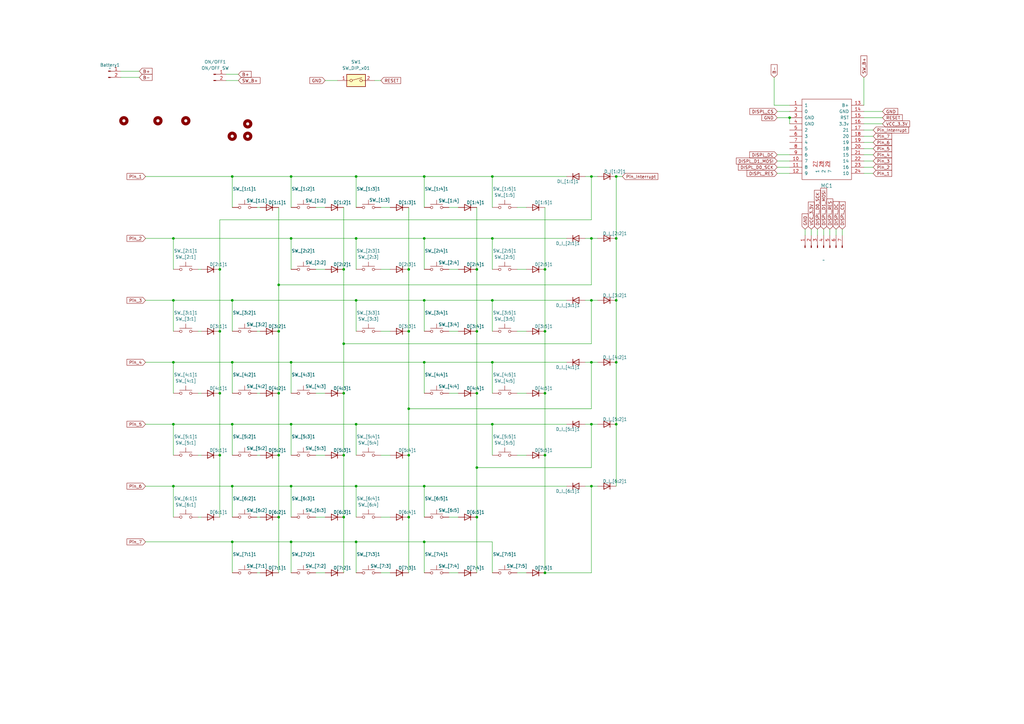
<source format=kicad_sch>
(kicad_sch (version 20231120) (generator "eeschema") (generator_version "8.0")
  (paper "A3")
  (junction (at 195.58 135.89))
  (junction (at 114.3 116.84))
  (junction (at 223.52 186.69))
  (junction (at 223.52 110.49))
  (junction (at 71.12 97.79))
  (junction (at 119.38 72.39))
  (junction (at 146.05 97.79))
  (junction (at 119.38 199.39))
  (junction (at 223.52 234.95))
  (junction (at 223.52 135.89))
  (junction (at 146.05 222.25))
  (junction (at 95.25 199.39))
  (junction (at 252.73 148.59))
  (junction (at 167.64 212.09))
  (junction (at 173.99 72.39))
  (junction (at 242.57 199.39))
  (junction (at 71.12 123.19))
  (junction (at 71.12 173.99))
  (junction (at 173.99 222.25))
  (junction (at 173.99 148.59))
  (junction (at 146.05 199.39))
  (junction (at 242.57 72.39))
  (junction (at 173.99 123.19))
  (junction (at 114.3 161.29))
  (junction (at 146.05 123.19))
  (junction (at 95.25 123.19))
  (junction (at 90.17 161.29))
  (junction (at 195.58 212.09))
  (junction (at 114.3 135.89))
  (junction (at 242.57 148.59))
  (junction (at 71.12 199.39))
  (junction (at 252.73 97.79))
  (junction (at 167.64 135.89))
  (junction (at 95.25 148.59))
  (junction (at 71.12 148.59))
  (junction (at 119.38 97.79))
  (junction (at 167.64 186.69))
  (junction (at 242.57 97.79))
  (junction (at 173.99 199.39))
  (junction (at 201.93 123.19))
  (junction (at 252.73 72.39))
  (junction (at 242.57 123.19))
  (junction (at 119.38 148.59))
  (junction (at 201.93 97.79))
  (junction (at 201.93 173.99))
  (junction (at 95.25 173.99))
  (junction (at 119.38 173.99))
  (junction (at 90.17 135.89))
  (junction (at 173.99 97.79))
  (junction (at 167.64 167.64))
  (junction (at 140.97 161.29))
  (junction (at 114.3 186.69))
  (junction (at 90.17 110.49))
  (junction (at 114.3 212.09))
  (junction (at 95.25 72.39))
  (junction (at 146.05 72.39))
  (junction (at 140.97 212.09))
  (junction (at 242.57 173.99))
  (junction (at 140.97 110.49))
  (junction (at 323.85 48.26))
  (junction (at 90.17 186.69))
  (junction (at 195.58 110.49))
  (junction (at 201.93 72.39))
  (junction (at 140.97 140.97))
  (junction (at 252.73 123.19))
  (junction (at 146.05 173.99))
  (junction (at 195.58 161.29))
  (junction (at 95.25 222.25))
  (junction (at 201.93 148.59))
  (junction (at 195.58 191.77))
  (junction (at 252.73 173.99))
  (junction (at 119.38 222.25))
  (junction (at 140.97 186.69))
  (junction (at 223.52 161.29))
  (junction (at 167.64 110.49))
  (wire (pts (xy 354.33 71.12) (xy 358.14 71.12)))
  (wire (pts (xy 223.52 186.69) (xy 223.52 234.95)))
  (wire (pts (xy 59.69 123.19) (xy 71.12 123.19)))
  (wire (pts (xy 114.3 212.09) (xy 114.3 234.95)))
  (wire (pts (xy 354.33 45.72) (xy 361.95 45.72)))
  (wire (pts (xy 242.57 72.39) (xy 242.57 90.17)))
  (wire (pts (xy 119.38 173.99) (xy 146.05 173.99)))
  (wire (pts (xy 240.03 199.39) (xy 242.57 199.39)))
  (wire (pts (xy 146.05 222.25) (xy 146.05 234.95)))
  (wire (pts (xy 119.38 97.79) (xy 119.38 110.49)))
  (wire (pts (xy 212.09 234.95) (xy 215.9 234.95)))
  (wire (pts (xy 90.17 110.49) (xy 90.17 135.89)))
  (wire (pts (xy 119.38 148.59) (xy 119.38 161.29)))
  (wire (pts (xy 167.64 212.09) (xy 167.64 234.95)))
  (wire (pts (xy 242.57 234.95) (xy 223.52 234.95)))
  (wire (pts (xy 195.58 191.77) (xy 195.58 212.09)))
  (wire (pts (xy 354.33 68.58) (xy 358.14 68.58)))
  (wire (pts (xy 146.05 199.39) (xy 146.05 212.09)))
  (wire (pts (xy 95.25 199.39) (xy 119.38 199.39)))
  (wire (pts (xy 242.57 123.19) (xy 242.57 140.97)))
  (wire (pts (xy 92.71 30.48) (xy 97.79 30.48)))
  (wire (pts (xy 317.5 31.75) (xy 317.5 43.18)))
  (wire (pts (xy 323.85 48.26) (xy 323.85 50.8)))
  (wire (pts (xy 156.21 135.89) (xy 160.02 135.89)))
  (wire (pts (xy 212.09 85.09) (xy 215.9 85.09)))
  (wire (pts (xy 57.15 31.75) (xy 49.53 31.75)))
  (wire (pts (xy 129.54 186.69) (xy 133.35 186.69)))
  (wire (pts (xy 71.12 148.59) (xy 95.25 148.59)))
  (wire (pts (xy 140.97 85.09) (xy 140.97 110.49)))
  (wire (pts (xy 129.54 161.29) (xy 133.35 161.29)))
  (wire (pts (xy 156.21 110.49) (xy 160.02 110.49)))
  (wire (pts (xy 201.93 110.49) (xy 201.93 97.79)))
  (wire (pts (xy 195.58 110.49) (xy 195.58 135.89)))
  (wire (pts (xy 81.28 135.89) (xy 82.55 135.89)))
  (wire (pts (xy 146.05 97.79) (xy 146.05 110.49)))
  (wire (pts (xy 340.36 93.98) (xy 340.36 96.52)))
  (wire (pts (xy 242.57 173.99) (xy 245.11 173.99)))
  (wire (pts (xy 114.3 186.69) (xy 114.3 212.09)))
  (wire (pts (xy 173.99 72.39) (xy 173.99 85.09)))
  (wire (pts (xy 90.17 135.89) (xy 90.17 161.29)))
  (wire (pts (xy 223.52 85.09) (xy 223.52 110.49)))
  (wire (pts (xy 318.77 48.26) (xy 323.85 48.26)))
  (wire (pts (xy 354.33 58.42) (xy 358.14 58.42)))
  (wire (pts (xy 114.3 85.09) (xy 114.3 116.84)))
  (wire (pts (xy 252.73 173.99) (xy 252.73 199.39)))
  (wire (pts (xy 95.25 222.25) (xy 119.38 222.25)))
  (wire (pts (xy 354.33 55.88) (xy 358.14 55.88)))
  (wire (pts (xy 71.12 199.39) (xy 71.12 212.09)))
  (wire (pts (xy 330.2 93.98) (xy 330.2 96.52)))
  (wire (pts (xy 156.21 85.09) (xy 160.02 85.09)))
  (wire (pts (xy 240.03 173.99) (xy 242.57 173.99)))
  (wire (pts (xy 146.05 72.39) (xy 146.05 85.09)))
  (wire (pts (xy 140.97 212.09) (xy 140.97 234.95)))
  (wire (pts (xy 90.17 90.17) (xy 90.17 110.49)))
  (wire (pts (xy 242.57 199.39) (xy 245.11 199.39)))
  (wire (pts (xy 129.54 110.49) (xy 133.35 110.49)))
  (wire (pts (xy 105.41 85.09) (xy 106.68 85.09)))
  (wire (pts (xy 81.28 161.29) (xy 82.55 161.29)))
  (wire (pts (xy 201.93 97.79) (xy 232.41 97.79)))
  (wire (pts (xy 201.93 123.19) (xy 201.93 135.89)))
  (wire (pts (xy 173.99 148.59) (xy 173.99 161.29)))
  (wire (pts (xy 337.82 93.98) (xy 337.82 96.52)))
  (wire (pts (xy 167.64 110.49) (xy 167.64 135.89)))
  (wire (pts (xy 146.05 123.19) (xy 173.99 123.19)))
  (wire (pts (xy 71.12 173.99) (xy 95.25 173.99)))
  (wire (pts (xy 71.12 97.79) (xy 71.12 110.49)))
  (wire (pts (xy 318.77 68.58) (xy 323.85 68.58)))
  (wire (pts (xy 354.33 60.96) (xy 358.14 60.96)))
  (wire (pts (xy 119.38 199.39) (xy 119.38 212.09)))
  (wire (pts (xy 252.73 72.39) (xy 255.27 72.39)))
  (wire (pts (xy 240.03 148.59) (xy 242.57 148.59)))
  (wire (pts (xy 173.99 199.39) (xy 173.99 212.09)))
  (wire (pts (xy 167.64 85.09) (xy 167.64 110.49)))
  (wire (pts (xy 71.12 173.99) (xy 71.12 186.69)))
  (wire (pts (xy 90.17 186.69) (xy 90.17 212.09)))
  (wire (pts (xy 354.33 53.34) (xy 358.14 53.34)))
  (wire (pts (xy 173.99 199.39) (xy 232.41 199.39)))
  (wire (pts (xy 59.69 222.25) (xy 95.25 222.25)))
  (wire (pts (xy 119.38 173.99) (xy 119.38 186.69)))
  (wire (pts (xy 173.99 72.39) (xy 201.93 72.39)))
  (wire (pts (xy 195.58 191.77) (xy 242.57 191.77)))
  (wire (pts (xy 195.58 85.09) (xy 195.58 110.49)))
  (wire (pts (xy 184.15 85.09) (xy 187.96 85.09)))
  (wire (pts (xy 345.44 93.98) (xy 345.44 96.52)))
  (wire (pts (xy 173.99 222.25) (xy 201.93 222.25)))
  (wire (pts (xy 114.3 135.89) (xy 114.3 161.29)))
  (wire (pts (xy 95.25 123.19) (xy 146.05 123.19)))
  (wire (pts (xy 223.52 110.49) (xy 223.52 135.89)))
  (wire (pts (xy 92.71 33.02) (xy 97.79 33.02)))
  (wire (pts (xy 242.57 173.99) (xy 242.57 191.77)))
  (wire (pts (xy 173.99 148.59) (xy 201.93 148.59)))
  (wire (pts (xy 95.25 212.09) (xy 95.25 199.39)))
  (wire (pts (xy 59.69 148.59) (xy 71.12 148.59)))
  (wire (pts (xy 156.21 234.95) (xy 160.02 234.95)))
  (wire (pts (xy 242.57 72.39) (xy 245.11 72.39)))
  (wire (pts (xy 173.99 222.25) (xy 173.99 234.95)))
  (wire (pts (xy 252.73 148.59) (xy 252.73 173.99)))
  (wire (pts (xy 212.09 161.29) (xy 215.9 161.29)))
  (wire (pts (xy 129.54 234.95) (xy 133.35 234.95)))
  (wire (pts (xy 119.38 97.79) (xy 146.05 97.79)))
  (wire (pts (xy 167.64 167.64) (xy 167.64 186.69)))
  (wire (pts (xy 201.93 148.59) (xy 232.41 148.59)))
  (wire (pts (xy 332.74 93.98) (xy 332.74 96.52)))
  (wire (pts (xy 212.09 110.49) (xy 215.9 110.49)))
  (wire (pts (xy 95.25 72.39) (xy 95.25 85.09)))
  (wire (pts (xy 212.09 186.69) (xy 215.9 186.69)))
  (wire (pts (xy 95.25 173.99) (xy 119.38 173.99)))
  (wire (pts (xy 146.05 173.99) (xy 201.93 173.99)))
  (wire (pts (xy 201.93 72.39) (xy 232.41 72.39)))
  (wire (pts (xy 354.33 63.5) (xy 358.14 63.5)))
  (wire (pts (xy 140.97 161.29) (xy 140.97 186.69)))
  (wire (pts (xy 105.41 234.95) (xy 106.68 234.95)))
  (wire (pts (xy 242.57 167.64) (xy 167.64 167.64)))
  (wire (pts (xy 201.93 148.59) (xy 201.93 161.29)))
  (wire (pts (xy 105.41 186.69) (xy 106.68 186.69)))
  (wire (pts (xy 242.57 140.97) (xy 140.97 140.97)))
  (wire (pts (xy 184.15 161.29) (xy 187.96 161.29)))
  (wire (pts (xy 318.77 71.12) (xy 323.85 71.12)))
  (wire (pts (xy 133.35 33.02) (xy 138.43 33.02)))
  (wire (pts (xy 146.05 72.39) (xy 173.99 72.39)))
  (wire (pts (xy 167.64 186.69) (xy 167.64 212.09)))
  (wire (pts (xy 242.57 148.59) (xy 242.57 167.64)))
  (wire (pts (xy 140.97 140.97) (xy 140.97 161.29)))
  (wire (pts (xy 156.21 212.09) (xy 160.02 212.09)))
  (wire (pts (xy 81.28 110.49) (xy 82.55 110.49)))
  (wire (pts (xy 318.77 45.72) (xy 323.85 45.72)))
  (wire (pts (xy 156.21 186.69) (xy 160.02 186.69)))
  (wire (pts (xy 173.99 97.79) (xy 173.99 110.49)))
  (wire (pts (xy 140.97 110.49) (xy 140.97 140.97)))
  (wire (pts (xy 184.15 110.49) (xy 187.96 110.49)))
  (wire (pts (xy 242.57 90.17) (xy 90.17 90.17)))
  (wire (pts (xy 242.57 123.19) (xy 245.11 123.19)))
  (wire (pts (xy 212.09 135.89) (xy 215.9 135.89)))
  (wire (pts (xy 240.03 72.39) (xy 242.57 72.39)))
  (wire (pts (xy 119.38 222.25) (xy 146.05 222.25)))
  (wire (pts (xy 129.54 85.09) (xy 133.35 85.09)))
  (wire (pts (xy 201.93 72.39) (xy 201.93 85.09)))
  (wire (pts (xy 223.52 161.29) (xy 223.52 186.69)))
  (wire (pts (xy 81.28 212.09) (xy 82.55 212.09)))
  (wire (pts (xy 119.38 72.39) (xy 146.05 72.39)))
  (wire (pts (xy 71.12 97.79) (xy 119.38 97.79)))
  (wire (pts (xy 317.5 43.18) (xy 323.85 43.18)))
  (wire (pts (xy 119.38 148.59) (xy 173.99 148.59)))
  (wire (pts (xy 59.69 72.39) (xy 95.25 72.39)))
  (wire (pts (xy 242.57 97.79) (xy 242.57 116.84)))
  (wire (pts (xy 184.15 212.09) (xy 187.96 212.09)))
  (wire (pts (xy 173.99 123.19) (xy 201.93 123.19)))
  (wire (pts (xy 59.69 173.99) (xy 71.12 173.99)))
  (wire (pts (xy 95.25 148.59) (xy 119.38 148.59)))
  (wire (pts (xy 242.57 148.59) (xy 245.11 148.59)))
  (wire (pts (xy 146.05 97.79) (xy 173.99 97.79)))
  (wire (pts (xy 201.93 173.99) (xy 232.41 173.99)))
  (wire (pts (xy 201.93 173.99) (xy 201.93 186.69)))
  (wire (pts (xy 354.33 31.75) (xy 354.33 43.18)))
  (wire (pts (xy 342.9 93.98) (xy 342.9 96.52)))
  (wire (pts (xy 71.12 123.19) (xy 71.12 135.89)))
  (wire (pts (xy 71.12 123.19) (xy 95.25 123.19)))
  (wire (pts (xy 129.54 212.09) (xy 133.35 212.09)))
  (wire (pts (xy 105.41 212.09) (xy 106.68 212.09)))
  (wire (pts (xy 318.77 66.04) (xy 323.85 66.04)))
  (wire (pts (xy 95.25 222.25) (xy 95.25 234.95)))
  (wire (pts (xy 173.99 123.19) (xy 173.99 135.89)))
  (wire (pts (xy 105.41 135.89) (xy 106.68 135.89)))
  (wire (pts (xy 240.03 123.19) (xy 242.57 123.19)))
  (wire (pts (xy 59.69 199.39) (xy 71.12 199.39)))
  (wire (pts (xy 146.05 123.19) (xy 146.05 135.89)))
  (wire (pts (xy 71.12 199.39) (xy 95.25 199.39)))
  (wire (pts (xy 201.93 222.25) (xy 201.93 234.95)))
  (wire (pts (xy 105.41 161.29) (xy 106.68 161.29)))
  (wire (pts (xy 252.73 123.19) (xy 252.73 148.59)))
  (wire (pts (xy 195.58 161.29) (xy 195.58 191.77)))
  (wire (pts (xy 81.28 186.69) (xy 82.55 186.69)))
  (wire (pts (xy 119.38 199.39) (xy 146.05 199.39)))
  (wire (pts (xy 95.25 123.19) (xy 95.25 135.89)))
  (wire (pts (xy 114.3 161.29) (xy 114.3 186.69)))
  (wire (pts (xy 240.03 97.79) (xy 242.57 97.79)))
  (wire (pts (xy 146.05 199.39) (xy 173.99 199.39)))
  (wire (pts (xy 90.17 161.29) (xy 90.17 186.69)))
  (wire (pts (xy 114.3 116.84) (xy 114.3 135.89)))
  (wire (pts (xy 223.52 135.89) (xy 223.52 161.29)))
  (wire (pts (xy 153.67 33.02) (xy 156.21 33.02)))
  (wire (pts (xy 201.93 123.19) (xy 232.41 123.19)))
  (wire (pts (xy 119.38 72.39) (xy 119.38 85.09)))
  (wire (pts (xy 354.33 66.04) (xy 358.14 66.04)))
  (wire (pts (xy 318.77 63.5) (xy 323.85 63.5)))
  (wire (pts (xy 59.69 97.79) (xy 71.12 97.79)))
  (wire (pts (xy 119.38 222.25) (xy 119.38 234.95)))
  (wire (pts (xy 354.33 48.26) (xy 361.95 48.26)))
  (wire (pts (xy 184.15 234.95) (xy 187.96 234.95)))
  (wire (pts (xy 173.99 97.79) (xy 201.93 97.79)))
  (wire (pts (xy 167.64 135.89) (xy 167.64 167.64)))
  (wire (pts (xy 252.73 72.39) (xy 252.73 97.79)))
  (wire (pts (xy 242.57 199.39) (xy 242.57 234.95)))
  (wire (pts (xy 146.05 173.99) (xy 146.05 186.69)))
  (wire (pts (xy 242.57 116.84) (xy 114.3 116.84)))
  (wire (pts (xy 242.57 97.79) (xy 245.11 97.79)))
  (wire (pts (xy 195.58 135.89) (xy 195.58 161.29)))
  (wire (pts (xy 146.05 222.25) (xy 173.99 222.25)))
  (wire (pts (xy 252.73 97.79) (xy 252.73 123.19)))
  (wire (pts (xy 95.25 173.99) (xy 95.25 186.69)))
  (wire (pts (xy 49.53 29.21) (xy 57.15 29.21)))
  (wire (pts (xy 140.97 186.69) (xy 140.97 212.09)))
  (wire (pts (xy 184.15 135.89) (xy 187.96 135.89)))
  (wire (pts (xy 95.25 72.39) (xy 119.38 72.39)))
  (wire (pts (xy 71.12 148.59) (xy 71.12 161.29)))
  (wire (pts (xy 195.58 212.09) (xy 195.58 234.95)))
  (wire (pts (xy 95.25 148.59) (xy 95.25 161.29)))
  (wire (pts (xy 354.33 50.8) (xy 361.95 50.8)))
  (wire (pts (xy 335.28 93.98) (xy 335.28 96.52)))
  (global_label "Pin_6" (shape input) (at 358.14 58.42 0) (property "Intersheetrefs" "${INTERSHEET_REFS}" (effects (hide yes))))
  (global_label "Pin_7" (shape input) (at 59.69 222.25 180) (property "Intersheetrefs" "${INTERSHEET_REFS}" (effects (hide yes))))
  (global_label "DISPL_DC" (shape input) (at 318.77 63.5 180) (property "Intersheetrefs" "${INTERSHEET_REFS}" (effects (hide yes))))
  (global_label "DISPL_D0_SCK" (shape input) (at 335.28 93.98 90) (property "Intersheetrefs" "${INTERSHEET_REFS}" (effects (hide yes))))
  (global_label "B+" (shape input) (at 97.79 30.48 0) (property "Intersheetrefs" "${INTERSHEET_REFS}" (effects (hide yes))))
  (global_label "RESET" (shape input) (at 156.21 33.02 0) (property "Intersheetrefs" "${INTERSHEET_REFS}" (effects (hide yes))))
  (global_label "VCC_3.3V" (shape input) (at 361.95 50.8 0) (property "Intersheetrefs" "${INTERSHEET_REFS}" (effects (hide yes))))
  (global_label "VCC_3.3V" (shape input) (at 332.74 93.98 90) (property "Intersheetrefs" "${INTERSHEET_REFS}" (effects (hide yes))))
  (global_label "Pin_6" (shape input) (at 59.69 199.39 180) (property "Intersheetrefs" "${INTERSHEET_REFS}" (effects (hide yes))))
  (global_label "Pin_2" (shape input) (at 358.14 68.58 0) (property "Intersheetrefs" "${INTERSHEET_REFS}" (effects (hide yes))))
  (global_label "GND" (shape input) (at 361.95 45.72 0) (property "Intersheetrefs" "${INTERSHEET_REFS}" (effects (hide yes))))
  (global_label "Pin_1" (shape input) (at 59.69 72.39 180) (property "Intersheetrefs" "${INTERSHEET_REFS}" (effects (hide yes))))
  (global_label "SW_B+" (shape input) (at 97.79 33.02 0) (property "Intersheetrefs" "${INTERSHEET_REFS}" (effects (hide yes))))
  (global_label "DISPL_D0_SCK" (shape input) (at 318.77 68.58 180) (property "Intersheetrefs" "${INTERSHEET_REFS}" (effects (hide yes))))
  (global_label "GND" (shape input) (at 133.35 33.02 180) (property "Intersheetrefs" "${INTERSHEET_REFS}" (effects (hide yes))))
  (global_label "Pin_1" (shape input) (at 358.14 71.12 0) (property "Intersheetrefs" "${INTERSHEET_REFS}" (effects (hide yes))))
  (global_label "Pin_3" (shape input) (at 59.69 123.19 180) (property "Intersheetrefs" "${INTERSHEET_REFS}" (effects (hide yes))))
  (global_label "Pin_3" (shape input) (at 358.14 66.04 0) (property "Intersheetrefs" "${INTERSHEET_REFS}" (effects (hide yes))))
  (global_label "Pin_4" (shape input) (at 59.69 148.59 180) (property "Intersheetrefs" "${INTERSHEET_REFS}" (effects (hide yes))))
  (global_label "GND" (shape input) (at 318.77 48.26 180) (property "Intersheetrefs" "${INTERSHEET_REFS}" (effects (hide yes))))
  (global_label "B-" (shape input) (at 317.5 31.75 90) (property "Intersheetrefs" "${INTERSHEET_REFS}" (effects (hide yes))))
  (global_label "RESET" (shape input) (at 361.95 48.26 0) (property "Intersheetrefs" "${INTERSHEET_REFS}" (effects (hide yes))))
  (global_label "Pin_Interrupt" (shape input) (at 255.27 72.39 0) (property "Intersheetrefs" "${INTERSHEET_REFS}" (effects (hide yes))))
  (global_label "DISPL_RES" (shape input) (at 340.36 93.98 90) (property "Intersheetrefs" "${INTERSHEET_REFS}" (effects (hide yes))))
  (global_label "B+" (shape input) (at 57.15 29.21 0) (property "Intersheetrefs" "${INTERSHEET_REFS}" (effects (hide yes))))
  (global_label "Pin_Interrupt" (shape input) (at 358.14 53.34 0) (property "Intersheetrefs" "${INTERSHEET_REFS}" (effects (hide yes))))
  (global_label "DISPL_D1_MOSI" (shape input) (at 318.77 66.04 180) (property "Intersheetrefs" "${INTERSHEET_REFS}" (effects (hide yes))))
  (global_label "SW_B+" (shape input) (at 354.33 31.75 90) (property "Intersheetrefs" "${INTERSHEET_REFS}" (effects (hide yes))))
  (global_label "Pin_5" (shape input) (at 358.14 60.96 0) (property "Intersheetrefs" "${INTERSHEET_REFS}" (effects (hide yes))))
  (global_label "GND" (shape input) (at 330.2 93.98 90) (property "Intersheetrefs" "${INTERSHEET_REFS}" (effects (hide yes))))
  (global_label "Pin_4" (shape input) (at 358.14 63.5 0) (property "Intersheetrefs" "${INTERSHEET_REFS}" (effects (hide yes))))
  (global_label "B-" (shape input) (at 57.15 31.75 0) (property "Intersheetrefs" "${INTERSHEET_REFS}" (effects (hide yes))))
  (global_label "DISPL_D1_MOSI" (shape input) (at 337.82 93.98 90) (property "Intersheetrefs" "${INTERSHEET_REFS}" (effects (hide yes))))
  (global_label "DISPL_DC" (shape input) (at 342.9 93.98 90) (property "Intersheetrefs" "${INTERSHEET_REFS}" (effects (hide yes))))
  (global_label "DISPL_CS" (shape input) (at 318.77 45.72 180) (property "Intersheetrefs" "${INTERSHEET_REFS}" (effects (hide yes))))
  (global_label "DISPL_RES" (shape input) (at 318.77 71.12 180) (property "Intersheetrefs" "${INTERSHEET_REFS}" (effects (hide yes))))
  (global_label "Pin_5" (shape input) (at 59.69 173.99 180) (property "Intersheetrefs" "${INTERSHEET_REFS}" (effects (hide yes))))
  (global_label "DISPL_CS" (shape input) (at 345.44 93.98 90) (property "Intersheetrefs" "${INTERSHEET_REFS}" (effects (hide yes))))
  (global_label "Pin_2" (shape input) (at 59.69 97.79 180) (property "Intersheetrefs" "${INTERSHEET_REFS}" (effects (hide yes))))
  (global_label "Pin_7" (shape input) (at 358.14 55.88 0) (property "Intersheetrefs" "${INTERSHEET_REFS}" (effects (hide yes))))
  (symbol (lib_id "scotto:Placeholder_Diode") (at 219.71 186.69 180) (unit 1)
    (property "Reference" "D[5:5]1" (at 223.012 184.658 0))
    (property "Value" "Diode" (effects (hide yes)))
    (property "Footprint" "Diode_THT:D_T-1_P5.08mm_Horizontal" (effects (hide yes)))
    (property "Description" "1N4148 (DO-35) or 1N4148W (SOD-123)" (effects (hide yes)))
    (property "Sim.Device" "D" (effects (hide yes)))
    (property "Sim.Pins" "1=K 2=A" (effects (hide yes)))
  )
  (symbol (lib_id "Connector:Conn_01x07_Pin") (at 337.82 101.6 90) (unit 1)
    (property "Reference" "Display1" (effects (hide yes)))
    (property "Value" "~" (at 337.82 106.68 90))
    (property "Footprint" "Connector_PinHeader_2.00mm:PinHeader_1x07_P2.00mm_Vertical" (effects (hide yes)))
    (property "Description" "Generic connector, single row, 01x07, script generated" (effects (hide yes)))
  )
  (symbol (lib_id "scotto:Placeholder_Switch") (at 76.2 161.29 0) (unit 1)
    (property "Reference" "SW_[4:1]1" (at 76.2 153.67 0))
    (property "Value" "SW_[4:1]" (at 76.2 156.21 0))
    (property "Footprint" "PCM_marbastlib-xp-mx:SW_MX_HS_KS-2P02B01-01_1u" (effects (hide yes)))
    (property "Description" "Push button switch, generic, two pins" (effects (hide yes)))
  )
  (symbol (lib_id "scotto:Placeholder_Switch") (at 151.13 85.09 0) (unit 1)
    (property "Reference" "SW_[1:3]1" (at 151.13 77.47 0))
    (property "Value" "SW_[1:3]" (at 155.702 82.042 0))
    (property "Footprint" "PCM_marbastlib-xp-mx:SW_MX_HS_KS-2P02B01-01_1u" (effects (hide yes)))
    (property "Description" "Push button switch, generic, two pins" (effects (hide yes)))
  )
  (symbol (lib_id "scotto:Placeholder_Diode") (at 219.71 85.09 180) (unit 1)
    (property "Reference" "D[1:5]1" (at 223.012 83.058 0))
    (property "Value" "Diode" (effects (hide yes)))
    (property "Footprint" "Diode_THT:D_T-1_P5.08mm_Horizontal" (effects (hide yes)))
    (property "Description" "1N4148 (DO-35) or 1N4148W (SOD-123)" (effects (hide yes)))
    (property "Sim.Device" "D" (effects (hide yes)))
    (property "Sim.Pins" "1=K 2=A" (effects (hide yes)))
  )
  (symbol (lib_id "scotto:Placeholder_Switch") (at 207.01 234.95 0) (unit 1)
    (property "Reference" "SW_[7:5]1" (at 207.01 227.33 0))
    (property "Value" "SW_[7:5]" (at 207.772 232.156 0) (effects (justify left)))
    (property "Footprint" "PCM_marbastlib-xp-mx:SW_MX_HS_KS-2P02B01-01_1u" (effects (hide yes)))
    (property "Description" "Push button switch, generic, two pins" (effects (hide yes)))
  )
  (symbol (lib_id "Connector:Conn_01x02_Pin") (at 44.45 29.21 0) (unit 1)
    (property "Reference" "Battery1" (at 45.085 26.67 0))
    (property "Value" "~" (at 45.085 27.94 0))
    (property "Footprint" "Connector_JST:JST_PH_B2B-PH-K_1x02_P2.00mm_Vertical" (effects (hide yes)))
    (property "Description" "Generic connector, single row, 01x02, script generated" (effects (hide yes)))
  )
  (symbol (lib_id "scotto:Placeholder_Diode") (at 219.71 234.95 180) (unit 1)
    (property "Reference" "D[7:5]1" (at 223.012 232.918 0))
    (property "Value" "Diode" (effects (hide yes)))
    (property "Footprint" "Diode_THT:D_T-1_P5.08mm_Horizontal" (effects (hide yes)))
    (property "Description" "1N4148 (DO-35) or 1N4148W (SOD-123)" (effects (hide yes)))
    (property "Sim.Device" "D" (effects (hide yes)))
    (property "Sim.Pins" "1=K 2=A" (effects (hide yes)))
  )
  (symbol (lib_id "Connector:Conn_01x02_Pin") (at 87.63 30.48 0) (unit 1)
    (property "Reference" "ON/OFF1" (at 88.265 25.4 0))
    (property "Value" "ON/OFF SW" (at 88.265 27.94 0))
    (property "Footprint" "Connector_JST:JST_PH_B2B-PH-K_1x02_P2.00mm_Vertical" (effects (hide yes)))
    (property "Description" "Generic connector, single row, 01x02, script generated" (effects (hide yes)))
  )
  (symbol (lib_id "scotto:Placeholder_Switch") (at 124.46 186.69 0) (unit 1)
    (property "Reference" "SW_[5:3]1" (at 124.46 179.07 0))
    (property "Value" "SW_[5:3]" (at 125.222 183.896 0) (effects (justify left)))
    (property "Footprint" "PCM_marbastlib-xp-mx:SW_MX_HS_KS-2P02B01-01_1u" (effects (hide yes)))
    (property "Description" "Push button switch, generic, two pins" (effects (hide yes)))
  )
  (symbol (lib_id "scotto:Placeholder_Switch") (at 100.33 212.09 0) (unit 1)
    (property "Reference" "SW_[6:2]1" (at 100.33 204.47 0))
    (property "Value" "SW_[6:2]" (at 101.092 209.296 0) (effects (justify left)))
    (property "Footprint" "PCM_marbastlib-xp-mx:SW_MX_HS_KS-2P02B01-01_1u" (effects (hide yes)))
    (property "Description" "Push button switch, generic, two pins" (effects (hide yes)))
  )
  (symbol (lib_id "scotto:Placeholder_Diode") (at 86.36 135.89 180) (unit 1)
    (property "Reference" "D[3:1]1" (at 89.662 133.858 0))
    (property "Value" "Diode" (effects (hide yes)))
    (property "Footprint" "Diode_THT:D_T-1_P5.08mm_Horizontal" (effects (hide yes)))
    (property "Description" "1N4148 (DO-35) or 1N4148W (SOD-123)" (effects (hide yes)))
    (property "Sim.Device" "D" (effects (hide yes)))
    (property "Sim.Pins" "1=K 2=A" (effects (hide yes)))
  )
  (symbol (lib_id "scotto:Placeholder_Diode") (at 236.22 199.39 0) (unit 1)
    (property "Reference" "D_I_[6:1]1" (at 232.918 201.422 0))
    (property "Value" "Diode" (effects (hide yes)))
    (property "Footprint" "Diode_THT:D_T-1_P5.08mm_Horizontal" (effects (hide yes)))
    (property "Description" "1N4148 (DO-35) or 1N4148W (SOD-123)" (effects (hide yes)))
    (property "Sim.Device" "D" (effects (hide yes)))
    (property "Sim.Pins" "1=K 2=A" (effects (hide yes)))
  )
  (symbol (lib_id "scotto:Placeholder_Diode") (at 248.92 199.39 180) (unit 1)
    (property "Reference" "D_I_[6:2]1" (at 252.222 197.358 0))
    (property "Value" "Diode" (effects (hide yes)))
    (property "Footprint" "Diode_THT:D_T-1_P5.08mm_Horizontal" (effects (hide yes)))
    (property "Description" "1N4148 (DO-35) or 1N4148W (SOD-123)" (effects (hide yes)))
    (property "Sim.Device" "D" (effects (hide yes)))
    (property "Sim.Pins" "1=K 2=A" (effects (hide yes)))
  )
  (symbol (lib_id "scotto:Placeholder_Diode") (at 86.36 110.49 180) (unit 1)
    (property "Reference" "D[2:1]1" (at 89.662 108.458 0))
    (property "Value" "Diode" (effects (hide yes)))
    (property "Footprint" "Diode_THT:D_T-1_P5.08mm_Horizontal" (effects (hide yes)))
    (property "Description" "1N4148 (DO-35) or 1N4148W (SOD-123)" (effects (hide yes)))
    (property "Sim.Device" "D" (effects (hide yes)))
    (property "Sim.Pins" "1=K 2=A" (effects (hide yes)))
  )
  (symbol (lib_id "scotto:Placeholder_Diode") (at 248.92 72.39 180) (unit 1)
    (property "Reference" "D_I[1:2]1" (at 252.222 70.358 0))
    (property "Value" "Diode" (effects (hide yes)))
    (property "Footprint" "Diode_THT:D_T-1_P5.08mm_Horizontal" (effects (hide yes)))
    (property "Description" "1N4148 (DO-35) or 1N4148W (SOD-123)" (effects (hide yes)))
    (property "Sim.Device" "D" (effects (hide yes)))
    (property "Sim.Pins" "1=K 2=A" (effects (hide yes)))
  )
  (symbol (lib_id "scotto:Placeholder_Diode") (at 137.16 85.09 180) (unit 1)
    (property "Reference" "D[1:2]1" (at 140.462 83.058 0))
    (property "Value" "Diode" (effects (hide yes)))
    (property "Footprint" "Diode_THT:D_T-1_P5.08mm_Horizontal" (effects (hide yes)))
    (property "Description" "1N4148 (DO-35) or 1N4148W (SOD-123)" (effects (hide yes)))
    (property "Sim.Device" "D" (effects (hide yes)))
    (property "Sim.Pins" "1=K 2=A" (effects (hide yes)))
  )
  (symbol (lib_id "scotto:Placeholder_Diode") (at 137.16 186.69 180) (unit 1)
    (property "Reference" "D[5:3]1" (at 140.462 184.658 0))
    (property "Value" "Diode" (effects (hide yes)))
    (property "Footprint" "Diode_THT:D_T-1_P5.08mm_Horizontal" (effects (hide yes)))
    (property "Description" "1N4148 (DO-35) or 1N4148W (SOD-123)" (effects (hide yes)))
    (property "Sim.Device" "D" (effects (hide yes)))
    (property "Sim.Pins" "1=K 2=A" (effects (hide yes)))
  )
  (symbol (lib_id "scotto:Placeholder_Switch") (at 151.13 234.95 0) (unit 1)
    (property "Reference" "SW_[7:3]1" (at 151.13 227.33 0))
    (property "Value" "SW_[7:3]" (at 151.892 232.156 0) (effects (justify left)))
    (property "Footprint" "PCM_marbastlib-xp-mx:SW_MX_HS_KS-2P02B01-01_1u" (effects (hide yes)))
    (property "Description" "Push button switch, generic, two pins" (effects (hide yes)))
  )
  (symbol (lib_id "scotto:Placeholder_Switch") (at 151.13 186.69 0) (unit 1)
    (property "Reference" "SW_[5:4]1" (at 151.13 179.07 0))
    (property "Value" "SW_[5:4]" (at 151.13 181.61 0))
    (property "Footprint" "PCM_marbastlib-xp-mx:SW_MX_HS_KS-2P02B01-01_1u" (effects (hide yes)))
    (property "Description" "Push button switch, generic, two pins" (effects (hide yes)))
  )
  (symbol (lib_id "scotto:Placeholder_Switch") (at 124.46 161.29 0) (unit 1)
    (property "Reference" "SW_[4:3]1" (at 124.46 153.67 0))
    (property "Value" "SW_[4:3]" (at 125.222 158.496 0) (effects (justify left)))
    (property "Footprint" "PCM_marbastlib-xp-mx:SW_MX_HS_KS-2P02B01-01_1u" (effects (hide yes)))
    (property "Description" "Push button switch, generic, two pins" (effects (hide yes)))
  )
  (symbol (lib_id "scotto:Placeholder_Diode") (at 219.71 135.89 180) (unit 1)
    (property "Reference" "D[3:5]1" (at 223.012 133.858 0))
    (property "Value" "Diode" (effects (hide yes)))
    (property "Footprint" "Diode_THT:D_T-1_P5.08mm_Horizontal" (effects (hide yes)))
    (property "Description" "1N4148 (DO-35) or 1N4148W (SOD-123)" (effects (hide yes)))
    (property "Sim.Device" "D" (effects (hide yes)))
    (property "Sim.Pins" "1=K 2=A" (effects (hide yes)))
  )
  (symbol (lib_id "scotto:Placeholder_Diode") (at 236.22 123.19 0) (unit 1)
    (property "Reference" "D_I_[3:1]1" (at 232.918 125.222 0))
    (property "Value" "Diode" (effects (hide yes)))
    (property "Footprint" "Diode_THT:D_T-1_P5.08mm_Horizontal" (effects (hide yes)))
    (property "Description" "1N4148 (DO-35) or 1N4148W (SOD-123)" (effects (hide yes)))
    (property "Sim.Device" "D" (effects (hide yes)))
    (property "Sim.Pins" "1=K 2=A" (effects (hide yes)))
  )
  (symbol (lib_id "scotto:Placeholder_Switch") (at 207.01 85.09 0) (unit 1)
    (property "Reference" "SW_[1:5]1" (at 207.01 77.47 0))
    (property "Value" "SW_[1:5]" (at 207.01 80.01 0))
    (property "Footprint" "PCM_marbastlib-xp-mx:SW_MX_HS_KS-2P02B01-01_1u" (effects (hide yes)))
    (property "Description" "Push button switch, generic, two pins" (effects (hide yes)))
  )
  (symbol (lib_id "scotto:Placeholder_Switch") (at 124.46 234.95 0) (unit 1)
    (property "Reference" "SW_[7:2]1" (at 124.46 227.33 0))
    (property "Value" "SW_[7:2]" (at 125.222 232.156 0) (effects (justify left)))
    (property "Footprint" "PCM_marbastlib-xp-mx:SW_MX_HS_KS-2P02B01-01_1u" (effects (hide yes)))
    (property "Description" "Push button switch, generic, two pins" (effects (hide yes)))
  )
  (symbol (lib_id "scotto:Placeholder_Switch") (at 100.33 234.95 0) (unit 1)
    (property "Reference" "SW_[7:1]1" (at 100.33 227.33 0))
    (property "Value" "SW_[7:1]" (at 101.092 232.156 0) (effects (justify left)))
    (property "Footprint" "PCM_marbastlib-xp-mx:SW_MX_HS_KS-2P02B01-01_1u" (effects (hide yes)))
    (property "Description" "Push button switch, generic, two pins" (effects (hide yes)))
  )
  (symbol (lib_id "scotto:Placeholder_Diode") (at 110.49 135.89 180) (unit 1)
    (property "Reference" "D[3:2]1" (at 113.792 133.858 0))
    (property "Value" "Diode" (effects (hide yes)))
    (property "Footprint" "Diode_THT:D_T-1_P5.08mm_Horizontal" (effects (hide yes)))
    (property "Description" "1N4148 (DO-35) or 1N4148W (SOD-123)" (effects (hide yes)))
    (property "Sim.Device" "D" (effects (hide yes)))
    (property "Sim.Pins" "1=K 2=A" (effects (hide yes)))
  )
  (symbol (lib_id "scotto:Placeholder_Diode") (at 248.92 148.59 180) (unit 1)
    (property "Reference" "D_I_[4:2]1" (at 252.222 146.558 0))
    (property "Value" "Diode" (effects (hide yes)))
    (property "Footprint" "Diode_THT:D_T-1_P5.08mm_Horizontal" (effects (hide yes)))
    (property "Description" "1N4148 (DO-35) or 1N4148W (SOD-123)" (effects (hide yes)))
    (property "Sim.Device" "D" (effects (hide yes)))
    (property "Sim.Pins" "1=K 2=A" (effects (hide yes)))
  )
  (symbol (lib_id "scotto:Placeholder_Switch") (at 207.01 135.89 0) (unit 1)
    (property "Reference" "SW_[3:5]1" (at 207.01 128.27 0))
    (property "Value" "SW_[3:5]" (at 207.01 130.81 0))
    (property "Footprint" "PCM_marbastlib-xp-mx:SW_MX_HS_KS-2P02B01-01_1u" (effects (hide yes)))
    (property "Description" "Push button switch, generic, two pins" (effects (hide yes)))
  )
  (symbol (lib_id "scotto:Placeholder_Diode") (at 163.83 212.09 180) (unit 1)
    (property "Reference" "D[6:4]1" (at 167.132 210.058 0))
    (property "Value" "Diode" (effects (hide yes)))
    (property "Footprint" "Diode_THT:D_T-1_P5.08mm_Horizontal" (effects (hide yes)))
    (property "Description" "1N4148 (DO-35) or 1N4148W (SOD-123)" (effects (hide yes)))
    (property "Sim.Device" "D" (effects (hide yes)))
    (property "Sim.Pins" "1=K 2=A" (effects (hide yes)))
  )
  (symbol (lib_id "Switch:SW_DIP_x01") (at 146.05 33.02 0) (unit 1)
    (property "Reference" "SW1" (at 146.05 25.4 0))
    (property "Value" "SW_DIP_x01" (at 146.05 27.94 0))
    (property "Footprint" "Button_Switch_THT:SW_PUSH_6mm_H4.3mm" (effects (hide yes)))
    (property "Description" "1x DIP Switch, Single Pole Single Throw (SPST) switch, small symbol" (effects (hide yes)))
  )
  (symbol (lib_id "scotto:Placeholder_Switch") (at 151.13 212.09 0) (unit 1)
    (property "Reference" "SW_[6:4]1" (at 151.13 204.47 0))
    (property "Value" "SW_[6:4]" (at 151.13 207.01 0))
    (property "Footprint" "PCM_marbastlib-xp-mx:SW_MX_HS_KS-2P02B01-01_1u" (effects (hide yes)))
    (property "Description" "Push button switch, generic, two pins" (effects (hide yes)))
  )
  (symbol (lib_id "scotto:Placeholder_Diode") (at 137.16 212.09 180) (unit 1)
    (property "Reference" "D[6:3]1" (at 140.462 210.058 0))
    (property "Value" "Diode" (effects (hide yes)))
    (property "Footprint" "Diode_THT:D_T-1_P5.08mm_Horizontal" (effects (hide yes)))
    (property "Description" "1N4148 (DO-35) or 1N4148W (SOD-123)" (effects (hide yes)))
    (property "Sim.Device" "D" (effects (hide yes)))
    (property "Sim.Pins" "1=K 2=A" (effects (hide yes)))
  )
  (symbol (lib_id "scotto:Placeholder_Diode") (at 86.36 161.29 180) (unit 1)
    (property "Reference" "D[4:1]1" (at 89.662 159.258 0))
    (property "Value" "Diode" (effects (hide yes)))
    (property "Footprint" "Diode_THT:D_T-1_P5.08mm_Horizontal" (effects (hide yes)))
    (property "Description" "1N4148 (DO-35) or 1N4148W (SOD-123)" (effects (hide yes)))
    (property "Sim.Device" "D" (effects (hide yes)))
    (property "Sim.Pins" "1=K 2=A" (effects (hide yes)))
  )
  (symbol (lib_id "scotto:Placeholder_Diode") (at 219.71 161.29 180) (unit 1)
    (property "Reference" "D[4:5]1" (at 223.012 159.258 0))
    (property "Value" "Diode" (effects (hide yes)))
    (property "Footprint" "Diode_THT:D_T-1_P5.08mm_Horizontal" (effects (hide yes)))
    (property "Description" "1N4148 (DO-35) or 1N4148W (SOD-123)" (effects (hide yes)))
    (property "Sim.Device" "D" (effects (hide yes)))
    (property "Sim.Pins" "1=K 2=A" (effects (hide yes)))
  )
  (symbol (lib_id "scotto:Placeholder_Switch") (at 179.07 110.49 0) (unit 1)
    (property "Reference" "SW_[2:4]1" (at 179.07 102.87 0))
    (property "Value" "SW_[2:4]" (at 179.832 107.696 0) (effects (justify left)))
    (property "Footprint" "PCM_marbastlib-xp-mx:SW_MX_HS_KS-2P02B01-01_1u" (effects (hide yes)))
    (property "Description" "Push button switch, generic, two pins" (effects (hide yes)))
  )
  (symbol (lib_id "scotto:Placeholder_Diode") (at 163.83 110.49 180) (unit 1)
    (property "Reference" "D[2:3]1" (at 167.132 108.458 0))
    (property "Value" "Diode" (effects (hide yes)))
    (property "Footprint" "Diode_THT:D_T-1_P5.08mm_Horizontal" (effects (hide yes)))
    (property "Description" "1N4148 (DO-35) or 1N4148W (SOD-123)" (effects (hide yes)))
    (property "Sim.Device" "D" (effects (hide yes)))
    (property "Sim.Pins" "1=K 2=A" (effects (hide yes)))
  )
  (symbol (lib_id "scotto:Placeholder_Diode") (at 110.49 161.29 180) (unit 1)
    (property "Reference" "D[4:2]1" (at 113.792 159.258 0))
    (property "Value" "Diode" (effects (hide yes)))
    (property "Footprint" "Diode_THT:D_T-1_P5.08mm_Horizontal" (effects (hide yes)))
    (property "Description" "1N4148 (DO-35) or 1N4148W (SOD-123)" (effects (hide yes)))
    (property "Sim.Device" "D" (effects (hide yes)))
    (property "Sim.Pins" "1=K 2=A" (effects (hide yes)))
  )
  (symbol (lib_id "scotto:Placeholder_Diode") (at 236.22 148.59 0) (unit 1)
    (property "Reference" "D_I_[4:1]1" (at 232.918 150.622 0))
    (property "Value" "Diode" (effects (hide yes)))
    (property "Footprint" "Diode_THT:D_T-1_P5.08mm_Horizontal" (effects (hide yes)))
    (property "Description" "1N4148 (DO-35) or 1N4148W (SOD-123)" (effects (hide yes)))
    (property "Sim.Device" "D" (effects (hide yes)))
    (property "Sim.Pins" "1=K 2=A" (effects (hide yes)))
  )
  (symbol (lib_id "scotto:Placeholder_Switch") (at 207.01 186.69 0) (unit 1)
    (property "Reference" "SW_[5:5]1" (at 207.01 179.07 0))
    (property "Value" "SW_[5:5]" (at 207.01 181.61 0))
    (property "Footprint" "PCM_marbastlib-xp-mx:SW_MX_HS_KS-2P02B01-01_1u" (effects (hide yes)))
    (property "Description" "Push button switch, generic, two pins" (effects (hide yes)))
  )
  (symbol (lib_id "scotto:Placeholder_Diode") (at 137.16 110.49 180) (unit 1)
    (property "Reference" "D[2:2]1" (at 140.462 108.458 0))
    (property "Value" "Diode" (effects (hide yes)))
    (property "Footprint" "Diode_THT:D_T-1_P5.08mm_Horizontal" (effects (hide yes)))
    (property "Description" "1N4148 (DO-35) or 1N4148W (SOD-123)" (effects (hide yes)))
    (property "Sim.Device" "D" (effects (hide yes)))
    (property "Sim.Pins" "1=K 2=A" (effects (hide yes)))
  )
  (symbol (lib_id "scotto:Placeholder_Diode") (at 110.49 234.95 180) (unit 1)
    (property "Reference" "D[7:1]1" (at 113.792 232.918 0))
    (property "Value" "Diode" (effects (hide yes)))
    (property "Footprint" "Diode_THT:D_T-1_P5.08mm_Horizontal" (effects (hide yes)))
    (property "Description" "1N4148 (DO-35) or 1N4148W (SOD-123)" (effects (hide yes)))
    (property "Sim.Device" "D" (effects (hide yes)))
    (property "Sim.Pins" "1=K 2=A" (effects (hide yes)))
  )
  (symbol (lib_id "scotto:Placeholder_Switch") (at 151.13 110.49 0) (unit 1)
    (property "Reference" "SW_[2:3]1" (at 151.13 102.87 0))
    (property "Value" "SW_[2:3]" (at 151.13 105.41 0))
    (property "Footprint" "PCM_marbastlib-xp-mx:SW_MX_HS_KS-2P02B01-01_1u" (effects (hide yes)))
    (property "Description" "Push button switch, generic, two pins" (effects (hide yes)))
  )
  (symbol (lib_id "scotto:Placeholder_Diode") (at 137.16 234.95 180) (unit 1)
    (property "Reference" "D[7:2]1" (at 140.462 232.918 0))
    (property "Value" "Diode" (effects (hide yes)))
    (property "Footprint" "Diode_THT:D_T-1_P5.08mm_Horizontal" (effects (hide yes)))
    (property "Description" "1N4148 (DO-35) or 1N4148W (SOD-123)" (effects (hide yes)))
    (property "Sim.Device" "D" (effects (hide yes)))
    (property "Sim.Pins" "1=K 2=A" (effects (hide yes)))
  )
  (symbol (lib_id "scotto:Placeholder_Switch") (at 151.13 135.89 0) (unit 1)
    (property "Reference" "SW_[3:3]1" (at 151.13 128.27 0))
    (property "Value" "SW_[3:3]" (at 151.13 130.81 0))
    (property "Footprint" "PCM_marbastlib-xp-mx:SW_MX_HS_KS-2P02B01-01_1u" (effects (hide yes)))
    (property "Description" "Push button switch, generic, two pins" (effects (hide yes)))
  )
  (symbol (lib_id "scotto:Placeholder_Diode") (at 248.92 173.99 180) (unit 1)
    (property "Reference" "D_I_[5:2]1" (at 252.222 171.958 0))
    (property "Value" "Diode" (effects (hide yes)))
    (property "Footprint" "Diode_THT:D_T-1_P5.08mm_Horizontal" (effects (hide yes)))
    (property "Description" "1N4148 (DO-35) or 1N4148W (SOD-123)" (effects (hide yes)))
    (property "Sim.Device" "D" (effects (hide yes)))
    (property "Sim.Pins" "1=K 2=A" (effects (hide yes)))
  )
  (symbol (lib_id "scotto:Placeholder_Diode") (at 110.49 85.09 180) (unit 1)
    (property "Reference" "D[1:1]1" (at 113.792 83.058 0))
    (property "Value" "Diode" (effects (hide yes)))
    (property "Footprint" "Diode_THT:D_T-1_P5.08mm_Horizontal" (effects (hide yes)))
    (property "Description" "1N4148 (DO-35) or 1N4148W (SOD-123)" (effects (hide yes)))
    (property "Sim.Device" "D" (effects (hide yes)))
    (property "Sim.Pins" "1=K 2=A" (effects (hide yes)))
  )
  (symbol (lib_id "scotto:MCU_Nice_Nano_V2") (at 339.09 57.15 0) (unit 1)
    (property "Reference" "MC1" (at 339.09 76.2 0) (effects (font (size 1.524 1.524))))
    (property "Value" "Nice_Nano_V2" (effects (hide yes)))
    (property "Footprint" "PCM_marbastlib-xp-promicroish:nice_nano_H_USBup" (effects (hide yes)))
  )
  (symbol (lib_id "scotto:Placeholder_Switch") (at 207.01 161.29 0) (unit 1)
    (property "Reference" "SW_[4:5]1" (at 207.01 153.67 0))
    (property "Value" "SW_[4:5]" (at 207.01 156.21 0))
    (property "Footprint" "PCM_marbastlib-xp-mx:SW_MX_HS_KS-2P02B01-01_1u" (effects (hide yes)))
    (property "Description" "Push button switch, generic, two pins" (effects (hide yes)))
  )
  (symbol (lib_id "scotto:Placeholder_Diode") (at 236.22 72.39 0) (unit 1)
    (property "Reference" "DI_[1:1]1" (at 232.918 74.422 0))
    (property "Value" "Diode" (effects (hide yes)))
    (property "Footprint" "Diode_THT:D_T-1_P5.08mm_Horizontal" (effects (hide yes)))
    (property "Description" "1N4148 (DO-35) or 1N4148W (SOD-123)" (effects (hide yes)))
    (property "Sim.Device" "D" (effects (hide yes)))
    (property "Sim.Pins" "1=K 2=A" (effects (hide yes)))
  )
  (symbol (lib_id "scotto:Placeholder_Switch") (at 179.07 212.09 0) (unit 1)
    (property "Reference" "SW_[6:5]1" (at 179.07 204.47 0))
    (property "Value" "SW_[6:5]" (at 179.832 209.296 0) (effects (justify left)))
    (property "Footprint" "PCM_marbastlib-xp-mx:SW_MX_HS_KS-2P02B01-01_1u" (effects (hide yes)))
    (property "Description" "Push button switch, generic, two pins" (effects (hide yes)))
  )
  (symbol (lib_id "scotto:Placeholder_Switch") (at 179.07 161.29 0) (unit 1)
    (property "Reference" "SW_[4:4]1" (at 179.07 153.67 0))
    (property "Value" "SW_[4:4]" (at 179.832 158.496 0) (effects (justify left)))
    (property "Footprint" "PCM_marbastlib-xp-mx:SW_MX_HS_KS-2P02B01-01_1u" (effects (hide yes)))
    (property "Description" "Push button switch, generic, two pins" (effects (hide yes)))
  )
  (symbol (lib_id "scotto:Placeholder_Diode") (at 191.77 212.09 180) (unit 1)
    (property "Reference" "D[6:5]1" (at 195.072 210.058 0))
    (property "Value" "Diode" (effects (hide yes)))
    (property "Footprint" "Diode_THT:D_T-1_P5.08mm_Horizontal" (effects (hide yes)))
    (property "Description" "1N4148 (DO-35) or 1N4148W (SOD-123)" (effects (hide yes)))
    (property "Sim.Device" "D" (effects (hide yes)))
    (property "Sim.Pins" "1=K 2=A" (effects (hide yes)))
  )
  (symbol (lib_id "scotto:Placeholder_Diode") (at 191.77 135.89 180) (unit 1)
    (property "Reference" "D[3:4]1" (at 195.072 133.858 0))
    (property "Value" "Diode" (effects (hide yes)))
    (property "Footprint" "Diode_THT:D_T-1_P5.08mm_Horizontal" (effects (hide yes)))
    (property "Description" "1N4148 (DO-35) or 1N4148W (SOD-123)" (effects (hide yes)))
    (property "Sim.Device" "D" (effects (hide yes)))
    (property "Sim.Pins" "1=K 2=A" (effects (hide yes)))
  )
  (symbol (lib_id "scotto:Placeholder_Diode") (at 163.83 85.09 180) (unit 1)
    (property "Reference" "D[1:3]1" (at 167.132 83.058 0))
    (property "Value" "Diode" (effects (hide yes)))
    (property "Footprint" "Diode_THT:D_T-1_P5.08mm_Horizontal" (effects (hide yes)))
    (property "Description" "1N4148 (DO-35) or 1N4148W (SOD-123)" (effects (hide yes)))
    (property "Sim.Device" "D" (effects (hide yes)))
    (property "Sim.Pins" "1=K 2=A" (effects (hide yes)))
  )
  (symbol (lib_id "scotto:Placeholder_Diode") (at 191.77 85.09 180) (unit 1)
    (property "Reference" "D[1:4]1" (at 195.072 83.058 0))
    (property "Value" "Diode" (effects (hide yes)))
    (property "Footprint" "Diode_THT:D_T-1_P5.08mm_Horizontal" (effects (hide yes)))
    (property "Description" "1N4148 (DO-35) or 1N4148W (SOD-123)" (effects (hide yes)))
    (property "Sim.Device" "D" (effects (hide yes)))
    (property "Sim.Pins" "1=K 2=A" (effects (hide yes)))
  )
  (symbol (lib_id "scotto:Placeholder_Diode") (at 163.83 234.95 180) (unit 1)
    (property "Reference" "D[7:3]1" (at 167.132 232.918 0))
    (property "Value" "Diode" (effects (hide yes)))
    (property "Footprint" "Diode_THT:D_T-1_P5.08mm_Horizontal" (effects (hide yes)))
    (property "Description" "1N4148 (DO-35) or 1N4148W (SOD-123)" (effects (hide yes)))
    (property "Sim.Device" "D" (effects (hide yes)))
    (property "Sim.Pins" "1=K 2=A" (effects (hide yes)))
  )
  (symbol (lib_id "scotto:Placeholder_Diode") (at 248.92 97.79 180) (unit 1)
    (property "Reference" "D_I_[2:2]1" (at 252.222 95.758 0))
    (property "Value" "Diode" (effects (hide yes)))
    (property "Footprint" "Diode_THT:D_T-1_P5.08mm_Horizontal" (effects (hide yes)))
    (property "Description" "1N4148 (DO-35) or 1N4148W (SOD-123)" (effects (hide yes)))
    (property "Sim.Device" "D" (effects (hide yes)))
    (property "Sim.Pins" "1=K 2=A" (effects (hide yes)))
  )
  (symbol (lib_id "Mechanical:MountingHole") (at 50.8 49.53 0) (unit 1) (exclude_from_sim yes) (in_bom no)
    (property "Reference" "H1" (effects (hide yes)))
    (property "Value" "MountingHole" (effects (hide yes)))
    (property "Footprint" "MountingHole:MountingHole_2.2mm_M2_DIN965_Pad" (effects (hide yes)))
    (property "Description" "Mounting Hole without connection" (effects (hide yes)))
  )
  (symbol (lib_id "Mechanical:MountingHole") (at 76.2 49.53 0) (unit 1) (exclude_from_sim yes) (in_bom no)
    (property "Reference" "H3" (effects (hide yes)))
    (property "Value" "MountingHole" (effects (hide yes)))
    (property "Footprint" "MountingHole:MountingHole_2.2mm_M2_DIN965_Pad" (effects (hide yes)))
    (property "Description" "Mounting Hole without connection" (effects (hide yes)))
  )
  (symbol (lib_id "scotto:Placeholder_Diode") (at 110.49 212.09 180) (unit 1)
    (property "Reference" "D[6:2]1" (at 113.792 210.058 0))
    (property "Value" "Diode" (effects (hide yes)))
    (property "Footprint" "Diode_THT:D_T-1_P5.08mm_Horizontal" (effects (hide yes)))
    (property "Description" "1N4148 (DO-35) or 1N4148W (SOD-123)" (effects (hide yes)))
    (property "Sim.Device" "D" (effects (hide yes)))
    (property "Sim.Pins" "1=K 2=A" (effects (hide yes)))
  )
  (symbol (lib_id "scotto:Placeholder_Diode") (at 236.22 97.79 0) (unit 1)
    (property "Reference" "D_I_[2:1]1" (at 232.918 99.822 0))
    (property "Value" "Diode" (effects (hide yes)))
    (property "Footprint" "Diode_THT:D_T-1_P5.08mm_Horizontal" (effects (hide yes)))
    (property "Description" "1N4148 (DO-35) or 1N4148W (SOD-123)" (effects (hide yes)))
    (property "Sim.Device" "D" (effects (hide yes)))
    (property "Sim.Pins" "1=K 2=A" (effects (hide yes)))
  )
  (symbol (lib_id "scotto:Placeholder_Diode") (at 163.83 135.89 180) (unit 1)
    (property "Reference" "D[3:3]1" (at 167.132 133.858 0))
    (property "Value" "Diode" (effects (hide yes)))
    (property "Footprint" "Diode_THT:D_T-1_P5.08mm_Horizontal" (effects (hide yes)))
    (property "Description" "1N4148 (DO-35) or 1N4148W (SOD-123)" (effects (hide yes)))
    (property "Sim.Device" "D" (effects (hide yes)))
    (property "Sim.Pins" "1=K 2=A" (effects (hide yes)))
  )
  (symbol (lib_id "Mechanical:MountingHole") (at 64.77 49.53 0) (unit 1) (exclude_from_sim yes) (in_bom no)
    (property "Reference" "H2" (effects (hide yes)))
    (property "Value" "MountingHole" (effects (hide yes)))
    (property "Footprint" "MountingHole:MountingHole_2.2mm_M2_DIN965_Pad" (effects (hide yes)))
    (property "Description" "Mounting Hole without connection" (effects (hide yes)))
  )
  (symbol (lib_id "scotto:Placeholder_Diode") (at 191.77 110.49 180) (unit 1)
    (property "Reference" "D[2:4]1" (at 195.072 108.458 0))
    (property "Value" "Diode" (effects (hide yes)))
    (property "Footprint" "Diode_THT:D_T-1_P5.08mm_Horizontal" (effects (hide yes)))
    (property "Description" "1N4148 (DO-35) or 1N4148W (SOD-123)" (effects (hide yes)))
    (property "Sim.Device" "D" (effects (hide yes)))
    (property "Sim.Pins" "1=K 2=A" (effects (hide yes)))
  )
  (symbol (lib_id "scotto:Placeholder_Diode") (at 219.71 110.49 180) (unit 1)
    (property "Reference" "D[2:5]1" (at 223.012 108.458 0))
    (property "Value" "Diode" (effects (hide yes)))
    (property "Footprint" "Diode_THT:D_T-1_P5.08mm_Horizontal" (effects (hide yes)))
    (property "Description" "1N4148 (DO-35) or 1N4148W (SOD-123)" (effects (hide yes)))
    (property "Sim.Device" "D" (effects (hide yes)))
    (property "Sim.Pins" "1=K 2=A" (effects (hide yes)))
  )
  (symbol (lib_id "scotto:Placeholder_Diode") (at 137.16 161.29 180) (unit 1)
    (property "Reference" "D[4:3]1" (at 140.462 159.258 0))
    (property "Value" "Diode" (effects (hide yes)))
    (property "Footprint" "Diode_THT:D_T-1_P5.08mm_Horizontal" (effects (hide yes)))
    (property "Description" "1N4148 (DO-35) or 1N4148W (SOD-123)" (effects (hide yes)))
    (property "Sim.Device" "D" (effects (hide yes)))
    (property "Sim.Pins" "1=K 2=A" (effects (hide yes)))
  )
  (symbol (lib_id "scotto:Placeholder_Switch") (at 76.2 110.49 0) (unit 1)
    (property "Reference" "SW_[2:1]1" (at 76.2 102.87 0))
    (property "Value" "SW_[2:1]" (at 76.2 105.41 0))
    (property "Footprint" "PCM_marbastlib-xp-mx:SW_MX_HS_KS-2P02B01-01_1u" (effects (hide yes)))
    (property "Description" "Push button switch, generic, two pins" (effects (hide yes)))
  )
  (symbol (lib_id "scotto:Placeholder_Switch") (at 207.01 110.49 0) (unit 1)
    (property "Reference" "SW_[2:5]1" (at 207.01 102.87 0))
    (property "Value" "SW_[2:5]" (at 207.01 105.41 0))
    (property "Footprint" "PCM_marbastlib-xp-mx:SW_MX_HS_KS-2P02B01-01_1u" (effects (hide yes)))
    (property "Description" "Push button switch, generic, two pins" (effects (hide yes)))
  )
  (symbol (lib_id "Mechanical:MountingHole") (at 101.6 55.88 0) (unit 1) (exclude_from_sim yes) (in_bom no)
    (property "Reference" "H7" (effects (hide yes)))
    (property "Value" "MountingHole" (effects (hide yes)))
    (property "Footprint" "MountingHole:MountingHole_2.2mm_M2_DIN965_Pad" (effects (hide yes)))
    (property "Description" "Mounting Hole without connection" (effects (hide yes)))
  )
  (symbol (lib_id "scotto:Placeholder_Switch") (at 124.46 212.09 0) (unit 1)
    (property "Reference" "SW_[6:3]1" (at 124.46 204.47 0))
    (property "Value" "SW_[6:3]" (at 125.222 209.296 0) (effects (justify left)))
    (property "Footprint" "PCM_marbastlib-xp-mx:SW_MX_HS_KS-2P02B01-01_1u" (effects (hide yes)))
    (property "Description" "Push button switch, generic, two pins" (effects (hide yes)))
  )
  (symbol (lib_id "scotto:Placeholder_Switch") (at 76.2 186.69 0) (unit 1)
    (property "Reference" "SW_[5:1]1" (at 76.2 179.07 0))
    (property "Value" "SW_[5:1]" (at 76.2 181.61 0))
    (property "Footprint" "PCM_marbastlib-xp-mx:SW_MX_HS_KS-2P02B01-01_1u" (effects (hide yes)))
    (property "Description" "Push button switch, generic, two pins" (effects (hide yes)))
  )
  (symbol (lib_id "scotto:Placeholder_Diode") (at 236.22 173.99 0) (unit 1)
    (property "Reference" "D_I_[5:1]1" (at 232.918 176.022 0))
    (property "Value" "Diode" (effects (hide yes)))
    (property "Footprint" "Diode_THT:D_T-1_P5.08mm_Horizontal" (effects (hide yes)))
    (property "Description" "1N4148 (DO-35) or 1N4148W (SOD-123)" (effects (hide yes)))
    (property "Sim.Device" "D" (effects (hide yes)))
    (property "Sim.Pins" "1=K 2=A" (effects (hide yes)))
  )
  (symbol (lib_id "scotto:Placeholder_Switch") (at 76.2 212.09 0) (unit 1)
    (property "Reference" "SW_[6:1]1" (at 76.2 204.47 0))
    (property "Value" "SW_[6:1]" (at 76.2 207.01 0))
    (property "Footprint" "PCM_marbastlib-xp-mx:SW_MX_HS_KS-2P02B01-01_1u" (effects (hide yes)))
    (property "Description" "Push button switch, generic, two pins" (effects (hide yes)))
  )
  (symbol (lib_id "scotto:Placeholder_Switch") (at 179.07 135.89 0) (unit 1)
    (property "Reference" "SW_[3:4]1" (at 179.07 128.27 0))
    (property "Value" "SW_[3:4]" (at 179.832 133.096 0) (effects (justify left)))
    (property "Footprint" "PCM_marbastlib-xp-mx:SW_MX_HS_KS-2P02B01-01_1u" (effects (hide yes)))
    (property "Description" "Push button switch, generic, two pins" (effects (hide yes)))
  )
  (symbol (lib_id "scotto:Placeholder_Diode") (at 163.83 186.69 180) (unit 1)
    (property "Reference" "D[5:4]1" (at 167.132 184.658 0))
    (property "Value" "Diode" (effects (hide yes)))
    (property "Footprint" "Diode_THT:D_T-1_P5.08mm_Horizontal" (effects (hide yes)))
    (property "Description" "1N4148 (DO-35) or 1N4148W (SOD-123)" (effects (hide yes)))
    (property "Sim.Device" "D" (effects (hide yes)))
    (property "Sim.Pins" "1=K 2=A" (effects (hide yes)))
  )
  (symbol (lib_id "scotto:Placeholder_Switch") (at 100.33 85.09 0) (unit 1)
    (property "Reference" "SW_[1:1]1" (at 100.33 77.47 0))
    (property "Value" "SW_[1:1]" (at 101.092 82.296 0) (effects (justify left)))
    (property "Footprint" "PCM_marbastlib-xp-mx:SW_MX_HS_KS-2P02B01-01_1u" (effects (hide yes)))
    (property "Description" "Push button switch, generic, two pins" (effects (hide yes)))
  )
  (symbol (lib_id "Mechanical:MountingHole") (at 101.6 50.8 0) (unit 1) (exclude_from_sim yes) (in_bom no)
    (property "Reference" "H5" (effects (hide yes)))
    (property "Value" "MountingHole" (effects (hide yes)))
    (property "Footprint" "MountingHole:MountingHole_2.2mm_M2_DIN965_Pad" (effects (hide yes)))
    (property "Description" "Mounting Hole without connection" (effects (hide yes)))
  )
  (symbol (lib_id "scotto:Placeholder_Switch") (at 179.07 85.09 0) (unit 1)
    (property "Reference" "SW_[1:4]1" (at 179.07 77.47 0))
    (property "Value" "SW_[1:4]" (at 179.832 82.296 0) (effects (justify left)))
    (property "Footprint" "PCM_marbastlib-xp-mx:SW_MX_HS_KS-2P02B01-01_1u" (effects (hide yes)))
    (property "Description" "Push button switch, generic, two pins" (effects (hide yes)))
  )
  (symbol (lib_id "scotto:Placeholder_Diode") (at 86.36 186.69 180) (unit 1)
    (property "Reference" "D[5:1]1" (at 89.662 184.658 0))
    (property "Value" "Diode" (effects (hide yes)))
    (property "Footprint" "Diode_THT:D_T-1_P5.08mm_Horizontal" (effects (hide yes)))
    (property "Description" "1N4148 (DO-35) or 1N4148W (SOD-123)" (effects (hide yes)))
    (property "Sim.Device" "D" (effects (hide yes)))
    (property "Sim.Pins" "1=K 2=A" (effects (hide yes)))
  )
  (symbol (lib_id "scotto:Placeholder_Diode") (at 248.92 123.19 180) (unit 1)
    (property "Reference" "D_I_[3:2]1" (at 252.222 121.158 0))
    (property "Value" "Diode" (effects (hide yes)))
    (property "Footprint" "Diode_THT:D_T-1_P5.08mm_Horizontal" (effects (hide yes)))
    (property "Description" "1N4148 (DO-35) or 1N4148W (SOD-123)" (effects (hide yes)))
    (property "Sim.Device" "D" (effects (hide yes)))
    (property "Sim.Pins" "1=K 2=A" (effects (hide yes)))
  )
  (symbol (lib_id "scotto:Placeholder_Switch") (at 179.07 234.95 0) (unit 1)
    (property "Reference" "SW_[7:4]1" (at 179.07 227.33 0))
    (property "Value" "SW_[7:4]" (at 179.832 232.156 0) (effects (justify left)))
    (property "Footprint" "PCM_marbastlib-xp-mx:SW_MX_HS_KS-2P02B01-01_1u" (effects (hide yes)))
    (property "Description" "Push button switch, generic, two pins" (effects (hide yes)))
  )
  (symbol (lib_id "scotto:Placeholder_Switch") (at 124.46 110.49 0) (unit 1)
    (property "Reference" "SW_[2:2]1" (at 124.46 102.87 0))
    (property "Value" "SW_[2:2]" (at 125.222 107.696 0) (effects (justify left)))
    (property "Footprint" "PCM_marbastlib-xp-mx:SW_MX_HS_KS-2P02B01-01_1u" (effects (hide yes)))
    (property "Description" "Push button switch, generic, two pins" (effects (hide yes)))
  )
  (symbol (lib_id "scotto:Placeholder_Diode") (at 110.49 186.69 180) (unit 1)
    (property "Reference" "D[5:2]1" (at 113.792 184.658 0))
    (property "Value" "Diode" (effects (hide yes)))
    (property "Footprint" "Diode_THT:D_T-1_P5.08mm_Horizontal" (effects (hide yes)))
    (property "Description" "1N4148 (DO-35) or 1N4148W (SOD-123)" (effects (hide yes)))
    (property "Sim.Device" "D" (effects (hide yes)))
    (property "Sim.Pins" "1=K 2=A" (effects (hide yes)))
  )
  (symbol (lib_id "scotto:Placeholder_Switch") (at 124.46 85.09 0) (unit 1)
    (property "Reference" "SW_[1:2]1" (at 124.46 77.47 0))
    (property "Value" "SW_[1:2]" (at 125.222 82.296 0) (effects (justify left)))
    (property "Footprint" "PCM_marbastlib-xp-mx:SW_MX_HS_KS-2P02B01-01_1u" (effects (hide yes)))
    (property "Description" "Push button switch, generic, two pins" (effects (hide yes)))
  )
  (symbol (lib_id "scotto:Placeholder_Switch") (at 100.33 161.29 0) (unit 1)
    (property "Reference" "SW_[4:2]1" (at 100.33 153.67 0))
    (property "Value" "SW_[4:2]" (at 101.092 158.496 0) (effects (justify left)))
    (property "Footprint" "PCM_marbastlib-xp-mx:SW_MX_HS_KS-2P02B01-01_1u" (effects (hide yes)))
    (property "Description" "Push button switch, generic, two pins" (effects (hide yes)))
  )
  (symbol (lib_id "scotto:Placeholder_Switch") (at 100.33 135.89 0) (unit 1)
    (property "Reference" "SW_[3:2]1" (at 100.33 128.27 0))
    (property "Value" "SW_[3:2]" (at 101.092 133.096 0) (effects (justify left)))
    (property "Footprint" "PCM_marbastlib-xp-mx:SW_MX_HS_KS-2P02B01-01_1u" (effects (hide yes)))
    (property "Description" "Push button switch, generic, two pins" (effects (hide yes)))
  )
  (symbol (lib_id "scotto:Placeholder_Switch") (at 76.2 135.89 0) (unit 1)
    (property "Reference" "SW_[3:1]1" (at 76.2 128.27 0))
    (property "Value" "SW_[3:1]" (at 76.2 130.81 0))
    (property "Footprint" "PCM_marbastlib-xp-mx:SW_MX_HS_KS-2P02B01-01_1u" (effects (hide yes)))
    (property "Description" "Push button switch, generic, two pins" (effects (hide yes)))
  )
  (symbol (lib_id "scotto:Placeholder_Switch") (at 100.33 186.69 0) (unit 1)
    (property "Reference" "SW_[5:2]1" (at 100.33 179.07 0))
    (property "Value" "SW_[5:2]" (at 101.092 183.896 0) (effects (justify left)))
    (property "Footprint" "PCM_marbastlib-xp-mx:SW_MX_HS_KS-2P02B01-01_1u" (effects (hide yes)))
    (property "Description" "Push button switch, generic, two pins" (effects (hide yes)))
  )
  (symbol (lib_id "scotto:Placeholder_Diode") (at 191.77 161.29 180) (unit 1)
    (property "Reference" "D[4:4]1" (at 195.072 159.258 0))
    (property "Value" "Diode" (effects (hide yes)))
    (property "Footprint" "Diode_THT:D_T-1_P5.08mm_Horizontal" (effects (hide yes)))
    (property "Description" "1N4148 (DO-35) or 1N4148W (SOD-123)" (effects (hide yes)))
    (property "Sim.Device" "D" (effects (hide yes)))
    (property "Sim.Pins" "1=K 2=A" (effects (hide yes)))
  )
  (symbol (lib_id "scotto:Placeholder_Diode") (at 86.36 212.09 180) (unit 1)
    (property "Reference" "D[6:1]1" (at 89.662 210.058 0))
    (property "Value" "Diode" (effects (hide yes)))
    (property "Footprint" "Diode_THT:D_T-1_P5.08mm_Horizontal" (effects (hide yes)))
    (property "Description" "1N4148 (DO-35) or 1N4148W (SOD-123)" (effects (hide yes)))
    (property "Sim.Device" "D" (effects (hide yes)))
    (property "Sim.Pins" "1=K 2=A" (effects (hide yes)))
  )
  (symbol (lib_id "Mechanical:MountingHole") (at 95.25 55.88 0) (unit 1) (exclude_from_sim yes) (in_bom no)
    (property "Reference" "H6" (effects (hide yes)))
    (property "Value" "MountingHole" (effects (hide yes)))
    (property "Footprint" "MountingHole:MountingHole_2.2mm_M2_DIN965_Pad" (effects (hide yes)))
    (property "Description" "Mounting Hole without connection" (effects (hide yes)))
  )
  (symbol (lib_id "scotto:Placeholder_Diode") (at 191.77 234.95 180) (unit 1)
    (property "Reference" "D[7:4]1" (at 195.072 232.918 0))
    (property "Value" "Diode" (effects (hide yes)))
    (property "Footprint" "Diode_THT:D_T-1_P5.08mm_Horizontal" (effects (hide yes)))
    (property "Description" "1N4148 (DO-35) or 1N4148W (SOD-123)" (effects (hide yes)))
    (property "Sim.Device" "D" (effects (hide yes)))
    (property "Sim.Pins" "1=K 2=A" (effects (hide yes)))
  )
)
</source>
